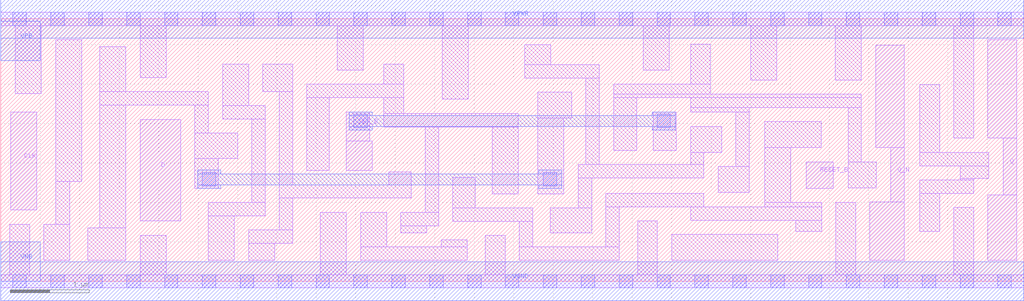
<source format=lef>
# Copyright 2020 The SkyWater PDK Authors
#
# Licensed under the Apache License, Version 2.0 (the "License");
# you may not use this file except in compliance with the License.
# You may obtain a copy of the License at
#
#     https://www.apache.org/licenses/LICENSE-2.0
#
# Unless required by applicable law or agreed to in writing, software
# distributed under the License is distributed on an "AS IS" BASIS,
# WITHOUT WARRANTIES OR CONDITIONS OF ANY KIND, either express or implied.
# See the License for the specific language governing permissions and
# limitations under the License.
#
# SPDX-License-Identifier: Apache-2.0

VERSION 5.5 ;
NAMESCASESENSITIVE ON ;
BUSBITCHARS "[]" ;
DIVIDERCHAR "/" ;
MACRO sky130_fd_sc_lp__dfbbp_1
  CLASS CORE ;
  SOURCE USER ;
  ORIGIN  0.000000  0.000000 ;
  SIZE  12.96000 BY  3.330000 ;
  SYMMETRY X Y R90 ;
  SITE unit ;
  PIN D
    ANTENNAGATEAREA  0.126000 ;
    DIRECTION INPUT ;
    USE SIGNAL ;
    PORT
      LAYER li1 ;
        RECT 1.770000 0.765000 2.280000 2.055000 ;
    END
  END D
  PIN Q
    ANTENNADIFFAREA  0.598500 ;
    DIRECTION OUTPUT ;
    USE SIGNAL ;
    PORT
      LAYER li1 ;
        RECT 12.505000 0.265000 12.870000 1.095000 ;
        RECT 12.505000 1.815000 12.870000 3.065000 ;
        RECT 12.700000 1.095000 12.870000 1.815000 ;
    END
  END Q
  PIN Q_N
    ANTENNADIFFAREA  0.598500 ;
    DIRECTION OUTPUT ;
    USE SIGNAL ;
    PORT
      LAYER li1 ;
        RECT 11.010000 0.265000 11.445000 1.005000 ;
        RECT 11.085000 1.695000 11.445000 2.995000 ;
        RECT 11.275000 1.005000 11.445000 1.695000 ;
    END
  END Q_N
  PIN RESET_B
    ANTENNAGATEAREA  0.159000 ;
    DIRECTION INPUT ;
    USE SIGNAL ;
    PORT
      LAYER li1 ;
        RECT 10.205000 1.180000 10.550000 1.515000 ;
    END
  END RESET_B
  PIN SET_B
    ANTENNADIFFAREA  2.806450 ;
    ANTENNAPARTIALMETALSIDEAREA  3.115000 ;
    DIRECTION INPUT ;
    USE SIGNAL ;
    PORT
      LAYER li1 ;
        RECT 4.375000 1.405000 4.705000 1.780000 ;
        RECT 4.375000 1.780000 4.675000 2.150000 ;
    END
  END SET_B
  PIN CLK
    ANTENNAGATEAREA  0.159000 ;
    DIRECTION INPUT ;
    USE CLOCK ;
    PORT
      LAYER li1 ;
        RECT 0.125000 0.905000 0.455000 2.150000 ;
    END
  END CLK
  PIN VGND
    DIRECTION INOUT ;
    USE GROUND ;
    PORT
      LAYER met1 ;
        RECT 0.000000 -0.245000 12.960000 0.245000 ;
    END
  END VGND
  PIN VNB
    DIRECTION INOUT ;
    USE GROUND ;
    PORT
      LAYER met1 ;
        RECT 0.000000 0.000000 0.500000 0.500000 ;
    END
  END VNB
  PIN VPB
    DIRECTION INOUT ;
    USE POWER ;
    PORT
      LAYER met1 ;
        RECT 0.000000 2.800000 0.500000 3.300000 ;
    END
  END VPB
  PIN VPWR
    DIRECTION INOUT ;
    USE POWER ;
    PORT
      LAYER met1 ;
        RECT 0.000000 3.085000 12.960000 3.575000 ;
    END
  END VPWR
  OBS
    LAYER li1 ;
      RECT  0.000000 -0.085000 12.960000 0.085000 ;
      RECT  0.000000  3.245000 12.960000 3.415000 ;
      RECT  0.115000  0.085000  0.365000 0.725000 ;
      RECT  0.185000  2.385000  0.515000 3.245000 ;
      RECT  0.545000  0.265000  0.875000 0.725000 ;
      RECT  0.695000  0.725000  0.875000 1.270000 ;
      RECT  0.695000  1.270000  1.025000 3.065000 ;
      RECT  1.105000  0.265000  1.585000 0.675000 ;
      RECT  1.255000  0.675000  1.585000 2.235000 ;
      RECT  1.255000  2.235000  2.630000 2.405000 ;
      RECT  1.255000  2.405000  1.585000 2.975000 ;
      RECT  1.765000  0.085000  2.095000 0.585000 ;
      RECT  1.765000  2.585000  2.095000 3.245000 ;
      RECT  2.460000  1.180000  2.755000 1.560000 ;
      RECT  2.460000  1.560000  3.000000 1.880000 ;
      RECT  2.460000  1.880000  2.630000 2.235000 ;
      RECT  2.630000  0.265000  2.960000 0.830000 ;
      RECT  2.630000  0.830000  3.350000 1.000000 ;
      RECT  2.810000  2.060000  3.350000 2.230000 ;
      RECT  2.810000  2.230000  3.140000 2.755000 ;
      RECT  3.140000  0.265000  3.470000 0.480000 ;
      RECT  3.140000  0.480000  3.700000 0.650000 ;
      RECT  3.180000  1.000000  3.350000 2.060000 ;
      RECT  3.320000  2.410000  3.700000 2.755000 ;
      RECT  3.530000  0.650000  3.700000 1.055000 ;
      RECT  3.530000  1.055000  5.200000 1.225000 ;
      RECT  3.530000  1.225000  3.700000 2.410000 ;
      RECT  3.880000  1.405000  4.165000 2.330000 ;
      RECT  3.880000  2.330000  5.105000 2.500000 ;
      RECT  4.050000  0.085000  4.380000 0.875000 ;
      RECT  4.265000  2.680000  4.595000 3.245000 ;
      RECT  4.560000  0.265000  5.910000 0.435000 ;
      RECT  4.560000  0.435000  4.890000 0.875000 ;
      RECT  4.855000  1.960000  6.555000 2.130000 ;
      RECT  4.855000  2.130000  5.105000 2.330000 ;
      RECT  4.855000  2.500000  5.105000 2.755000 ;
      RECT  4.915000  1.225000  5.200000 1.385000 ;
      RECT  5.070000  0.615000  5.400000 0.705000 ;
      RECT  5.070000  0.705000  5.550000 0.875000 ;
      RECT  5.380000  0.875000  5.550000 1.960000 ;
      RECT  5.580000  0.435000  5.910000 0.525000 ;
      RECT  5.595000  2.310000  5.925000 3.245000 ;
      RECT  5.730000  0.760000  6.740000 0.930000 ;
      RECT  5.730000  0.930000  6.015000 1.315000 ;
      RECT  6.140000  0.085000  6.390000 0.580000 ;
      RECT  6.225000  1.110000  6.555000 1.960000 ;
      RECT  6.570000  0.265000  7.835000 0.435000 ;
      RECT  6.570000  0.435000  6.740000 0.760000 ;
      RECT  6.640000  2.580000  7.585000 2.750000 ;
      RECT  6.640000  2.750000  6.970000 3.000000 ;
      RECT  6.805000  1.110000  7.135000 2.070000 ;
      RECT  6.805000  2.070000  7.235000 2.400000 ;
      RECT  6.960000  0.615000  7.485000 0.930000 ;
      RECT  7.315000  0.930000  7.485000 1.310000 ;
      RECT  7.315000  1.310000  8.910000 1.480000 ;
      RECT  7.415000  1.480000  7.585000 2.580000 ;
      RECT  7.665000  0.435000  7.835000 0.945000 ;
      RECT  7.665000  0.945000  8.910000 1.115000 ;
      RECT  7.765000  1.660000  8.055000 2.330000 ;
      RECT  7.765000  2.330000 10.905000 2.375000 ;
      RECT  7.765000  2.375000  8.990000 2.500000 ;
      RECT  8.070000  0.085000  8.320000 0.765000 ;
      RECT  8.140000  2.680000  8.470000 3.245000 ;
      RECT  8.265000  1.660000  8.560000 2.150000 ;
      RECT  8.500000  0.265000  9.845000 0.595000 ;
      RECT  8.740000  0.775000 10.400000 0.945000 ;
      RECT  8.740000  1.480000  8.910000 1.635000 ;
      RECT  8.740000  1.635000  9.135000 1.965000 ;
      RECT  8.740000  2.145000  9.485000 2.205000 ;
      RECT  8.740000  2.205000 10.905000 2.330000 ;
      RECT  8.740000  2.500000  8.990000 3.010000 ;
      RECT  9.090000  1.125000  9.485000 1.455000 ;
      RECT  9.315000  1.455000  9.485000 2.145000 ;
      RECT  9.500000  2.555000  9.830000 3.245000 ;
      RECT  9.680000  0.945000 10.400000 1.000000 ;
      RECT  9.680000  1.000000 10.010000 1.695000 ;
      RECT  9.680000  1.695000 10.395000 2.025000 ;
      RECT 10.070000  0.635000 10.400000 0.775000 ;
      RECT 10.575000  2.555000 10.905000 3.245000 ;
      RECT 10.580000  0.085000 10.830000 1.000000 ;
      RECT 10.735000  1.185000 11.095000 1.515000 ;
      RECT 10.735000  1.515000 10.905000 2.205000 ;
      RECT 11.645000  0.635000 11.895000 1.115000 ;
      RECT 11.645000  1.115000 12.325000 1.285000 ;
      RECT 11.645000  1.465000 12.520000 1.635000 ;
      RECT 11.645000  1.635000 11.895000 2.495000 ;
      RECT 12.075000  0.085000 12.325000 0.935000 ;
      RECT 12.075000  1.815000 12.325000 3.245000 ;
      RECT 12.155000  1.285000 12.325000 1.305000 ;
      RECT 12.155000  1.305000 12.520000 1.465000 ;
    LAYER mcon ;
      RECT  0.155000 -0.085000  0.325000 0.085000 ;
      RECT  0.155000  3.245000  0.325000 3.415000 ;
      RECT  0.635000 -0.085000  0.805000 0.085000 ;
      RECT  0.635000  3.245000  0.805000 3.415000 ;
      RECT  1.115000 -0.085000  1.285000 0.085000 ;
      RECT  1.115000  3.245000  1.285000 3.415000 ;
      RECT  1.595000 -0.085000  1.765000 0.085000 ;
      RECT  1.595000  3.245000  1.765000 3.415000 ;
      RECT  2.075000 -0.085000  2.245000 0.085000 ;
      RECT  2.075000  3.245000  2.245000 3.415000 ;
      RECT  2.555000 -0.085000  2.725000 0.085000 ;
      RECT  2.555000  1.210000  2.725000 1.380000 ;
      RECT  2.555000  3.245000  2.725000 3.415000 ;
      RECT  3.035000 -0.085000  3.205000 0.085000 ;
      RECT  3.035000  3.245000  3.205000 3.415000 ;
      RECT  3.515000 -0.085000  3.685000 0.085000 ;
      RECT  3.515000  3.245000  3.685000 3.415000 ;
      RECT  3.995000 -0.085000  4.165000 0.085000 ;
      RECT  3.995000  3.245000  4.165000 3.415000 ;
      RECT  4.475000 -0.085000  4.645000 0.085000 ;
      RECT  4.475000  1.950000  4.645000 2.120000 ;
      RECT  4.475000  3.245000  4.645000 3.415000 ;
      RECT  4.955000 -0.085000  5.125000 0.085000 ;
      RECT  4.955000  3.245000  5.125000 3.415000 ;
      RECT  5.435000 -0.085000  5.605000 0.085000 ;
      RECT  5.435000  3.245000  5.605000 3.415000 ;
      RECT  5.915000 -0.085000  6.085000 0.085000 ;
      RECT  5.915000  3.245000  6.085000 3.415000 ;
      RECT  6.395000 -0.085000  6.565000 0.085000 ;
      RECT  6.395000  3.245000  6.565000 3.415000 ;
      RECT  6.875000 -0.085000  7.045000 0.085000 ;
      RECT  6.875000  1.210000  7.045000 1.380000 ;
      RECT  6.875000  3.245000  7.045000 3.415000 ;
      RECT  7.355000 -0.085000  7.525000 0.085000 ;
      RECT  7.355000  3.245000  7.525000 3.415000 ;
      RECT  7.835000 -0.085000  8.005000 0.085000 ;
      RECT  7.835000  3.245000  8.005000 3.415000 ;
      RECT  8.315000 -0.085000  8.485000 0.085000 ;
      RECT  8.315000  1.950000  8.485000 2.120000 ;
      RECT  8.315000  3.245000  8.485000 3.415000 ;
      RECT  8.795000 -0.085000  8.965000 0.085000 ;
      RECT  8.795000  3.245000  8.965000 3.415000 ;
      RECT  9.275000 -0.085000  9.445000 0.085000 ;
      RECT  9.275000  3.245000  9.445000 3.415000 ;
      RECT  9.755000 -0.085000  9.925000 0.085000 ;
      RECT  9.755000  3.245000  9.925000 3.415000 ;
      RECT 10.235000 -0.085000 10.405000 0.085000 ;
      RECT 10.235000  3.245000 10.405000 3.415000 ;
      RECT 10.715000 -0.085000 10.885000 0.085000 ;
      RECT 10.715000  3.245000 10.885000 3.415000 ;
      RECT 11.195000 -0.085000 11.365000 0.085000 ;
      RECT 11.195000  3.245000 11.365000 3.415000 ;
      RECT 11.675000 -0.085000 11.845000 0.085000 ;
      RECT 11.675000  3.245000 11.845000 3.415000 ;
      RECT 12.155000 -0.085000 12.325000 0.085000 ;
      RECT 12.155000  3.245000 12.325000 3.415000 ;
      RECT 12.635000 -0.085000 12.805000 0.085000 ;
      RECT 12.635000  3.245000 12.805000 3.415000 ;
    LAYER met1 ;
      RECT 2.495000 1.180000 2.785000 1.225000 ;
      RECT 2.495000 1.225000 7.105000 1.365000 ;
      RECT 2.495000 1.365000 2.785000 1.410000 ;
      RECT 4.415000 1.920000 4.705000 1.965000 ;
      RECT 4.415000 1.965000 8.545000 2.105000 ;
      RECT 4.415000 2.105000 4.705000 2.150000 ;
      RECT 6.815000 1.180000 7.105000 1.225000 ;
      RECT 6.815000 1.365000 7.105000 1.410000 ;
      RECT 8.255000 1.920000 8.545000 1.965000 ;
      RECT 8.255000 2.105000 8.545000 2.150000 ;
  END
END sky130_fd_sc_lp__dfbbp_1
END LIBRARY

</source>
